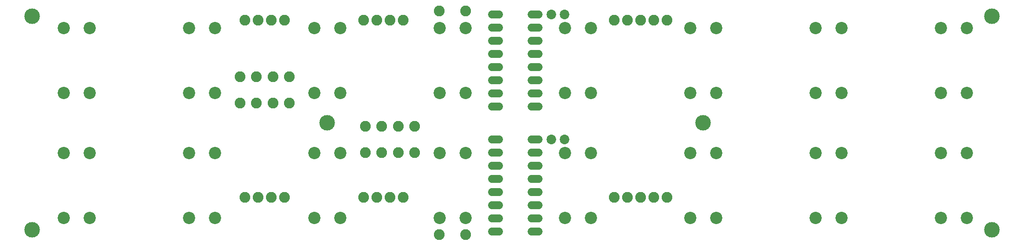
<source format=gts>
G75*
G70*
%OFA0B0*%
%FSLAX24Y24*%
%IPPOS*%
%LPD*%
%AMOC8*
5,1,8,0,0,1.08239X$1,22.5*
%
%ADD10C,0.0600*%
%ADD11C,0.1182*%
%ADD12C,0.0820*%
%ADD13C,0.0730*%
%ADD14C,0.0930*%
D10*
X037500Y002510D02*
X038020Y002510D01*
X040500Y002510D02*
X041020Y002510D01*
X041020Y003510D02*
X040500Y003510D01*
X038020Y003510D02*
X037500Y003510D01*
X037500Y004510D02*
X038020Y004510D01*
X040500Y004510D02*
X041020Y004510D01*
X041020Y005510D02*
X040500Y005510D01*
X038020Y005510D02*
X037500Y005510D01*
X037500Y006510D02*
X038020Y006510D01*
X040500Y006510D02*
X041020Y006510D01*
X041020Y007510D02*
X040500Y007510D01*
X038020Y007510D02*
X037500Y007510D01*
X037500Y008510D02*
X038020Y008510D01*
X040500Y008510D02*
X041020Y008510D01*
X041020Y009510D02*
X040500Y009510D01*
X038020Y009510D02*
X037500Y009510D01*
X037500Y012010D02*
X038020Y012010D01*
X040500Y012010D02*
X041020Y012010D01*
X041020Y013010D02*
X040500Y013010D01*
X038020Y013010D02*
X037500Y013010D01*
X037500Y014010D02*
X038020Y014010D01*
X040500Y014010D02*
X041020Y014010D01*
X041020Y015010D02*
X040500Y015010D01*
X038020Y015010D02*
X037500Y015010D01*
X037500Y016010D02*
X038020Y016010D01*
X040500Y016010D02*
X041020Y016010D01*
X041020Y017010D02*
X040500Y017010D01*
X038020Y017010D02*
X037500Y017010D01*
X037500Y018010D02*
X038020Y018010D01*
X040500Y018010D02*
X041020Y018010D01*
X041020Y019010D02*
X040500Y019010D01*
X038020Y019010D02*
X037500Y019010D01*
D11*
X002635Y002635D03*
X025010Y010760D03*
X053510Y010760D03*
X075385Y018885D03*
X075385Y002635D03*
X002635Y018885D03*
D12*
X018760Y018556D03*
X019760Y018556D03*
X020760Y018556D03*
X021760Y018556D03*
X027760Y018556D03*
X028760Y018556D03*
X029760Y018556D03*
X030760Y018556D03*
X033510Y019260D03*
X035510Y019260D03*
X046760Y018556D03*
X047760Y018556D03*
X048760Y018556D03*
X049760Y018556D03*
X050760Y018556D03*
X022135Y014260D03*
X020885Y014260D03*
X019635Y014260D03*
X018385Y014260D03*
X018385Y012260D03*
X019635Y012260D03*
X020885Y012260D03*
X022135Y012260D03*
X027885Y010510D03*
X029135Y010510D03*
X030385Y010510D03*
X031635Y010510D03*
X031635Y008510D03*
X030385Y008510D03*
X029135Y008510D03*
X027885Y008510D03*
X027760Y005118D03*
X028760Y005118D03*
X029760Y005118D03*
X030760Y005118D03*
X021760Y005118D03*
X020760Y005118D03*
X019760Y005118D03*
X018760Y005118D03*
X033510Y002260D03*
X035510Y002260D03*
X046760Y005118D03*
X047760Y005118D03*
X048760Y005118D03*
X049760Y005118D03*
X050760Y005118D03*
D13*
X043010Y009510D03*
X042010Y009510D03*
X042010Y019010D03*
X043010Y019010D03*
D14*
X043026Y017971D03*
X044994Y017971D03*
X052526Y017971D03*
X054494Y017971D03*
X062026Y017971D03*
X063994Y017971D03*
X071526Y017971D03*
X073494Y017971D03*
X073494Y013049D03*
X071526Y013049D03*
X063994Y013049D03*
X062026Y013049D03*
X054494Y013049D03*
X052526Y013049D03*
X044994Y013049D03*
X043026Y013049D03*
X035494Y013049D03*
X033526Y013049D03*
X025994Y013049D03*
X024026Y013049D03*
X016494Y013049D03*
X014526Y013049D03*
X006994Y013049D03*
X005026Y013049D03*
X005026Y008471D03*
X006994Y008471D03*
X014526Y008471D03*
X016494Y008471D03*
X024026Y008471D03*
X025994Y008471D03*
X033526Y008471D03*
X035494Y008471D03*
X043026Y008471D03*
X044994Y008471D03*
X052526Y008471D03*
X054494Y008471D03*
X062026Y008471D03*
X063994Y008471D03*
X071526Y008471D03*
X073494Y008471D03*
X073494Y003549D03*
X071526Y003549D03*
X063994Y003549D03*
X062026Y003549D03*
X054494Y003549D03*
X052526Y003549D03*
X044994Y003549D03*
X043026Y003549D03*
X035494Y003549D03*
X033526Y003549D03*
X025994Y003549D03*
X024026Y003549D03*
X016494Y003549D03*
X014526Y003549D03*
X006994Y003549D03*
X005026Y003549D03*
X005026Y017971D03*
X006994Y017971D03*
X014526Y017971D03*
X016494Y017971D03*
X024026Y017971D03*
X025994Y017971D03*
X033526Y017971D03*
X035494Y017971D03*
M02*

</source>
